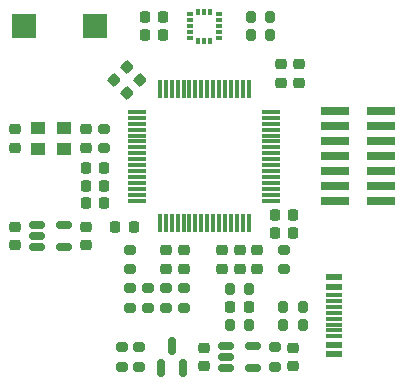
<source format=gbr>
%TF.GenerationSoftware,KiCad,Pcbnew,(6.0.4)*%
%TF.CreationDate,2023-08-29T14:34:22+02:00*%
%TF.ProjectId,big_black_box_pcb_cad,6269675f-626c-4616-936b-5f626f785f70,rev?*%
%TF.SameCoordinates,Original*%
%TF.FileFunction,Paste,Top*%
%TF.FilePolarity,Positive*%
%FSLAX46Y46*%
G04 Gerber Fmt 4.6, Leading zero omitted, Abs format (unit mm)*
G04 Created by KiCad (PCBNEW (6.0.4)) date 2023-08-29 14:34:22*
%MOMM*%
%LPD*%
G01*
G04 APERTURE LIST*
G04 Aperture macros list*
%AMRoundRect*
0 Rectangle with rounded corners*
0 $1 Rounding radius*
0 $2 $3 $4 $5 $6 $7 $8 $9 X,Y pos of 4 corners*
0 Add a 4 corners polygon primitive as box body*
4,1,4,$2,$3,$4,$5,$6,$7,$8,$9,$2,$3,0*
0 Add four circle primitives for the rounded corners*
1,1,$1+$1,$2,$3*
1,1,$1+$1,$4,$5*
1,1,$1+$1,$6,$7*
1,1,$1+$1,$8,$9*
0 Add four rect primitives between the rounded corners*
20,1,$1+$1,$2,$3,$4,$5,0*
20,1,$1+$1,$4,$5,$6,$7,0*
20,1,$1+$1,$6,$7,$8,$9,0*
20,1,$1+$1,$8,$9,$2,$3,0*%
G04 Aperture macros list end*
%ADD10RoundRect,0.075000X-0.700000X-0.075000X0.700000X-0.075000X0.700000X0.075000X-0.700000X0.075000X0*%
%ADD11RoundRect,0.075000X-0.075000X-0.700000X0.075000X-0.700000X0.075000X0.700000X-0.075000X0.700000X0*%
%ADD12RoundRect,0.225000X-0.250000X0.225000X-0.250000X-0.225000X0.250000X-0.225000X0.250000X0.225000X0*%
%ADD13RoundRect,0.200000X-0.275000X0.200000X-0.275000X-0.200000X0.275000X-0.200000X0.275000X0.200000X0*%
%ADD14RoundRect,0.150000X0.150000X-0.587500X0.150000X0.587500X-0.150000X0.587500X-0.150000X-0.587500X0*%
%ADD15RoundRect,0.225000X0.225000X0.250000X-0.225000X0.250000X-0.225000X-0.250000X0.225000X-0.250000X0*%
%ADD16RoundRect,0.225000X0.335876X0.017678X0.017678X0.335876X-0.335876X-0.017678X-0.017678X-0.335876X0*%
%ADD17RoundRect,0.200000X0.200000X0.275000X-0.200000X0.275000X-0.200000X-0.275000X0.200000X-0.275000X0*%
%ADD18RoundRect,0.200000X0.275000X-0.200000X0.275000X0.200000X-0.275000X0.200000X-0.275000X-0.200000X0*%
%ADD19RoundRect,0.218750X0.256250X-0.218750X0.256250X0.218750X-0.256250X0.218750X-0.256250X-0.218750X0*%
%ADD20RoundRect,0.087500X0.187500X0.087500X-0.187500X0.087500X-0.187500X-0.087500X0.187500X-0.087500X0*%
%ADD21RoundRect,0.087500X0.087500X0.187500X-0.087500X0.187500X-0.087500X-0.187500X0.087500X-0.187500X0*%
%ADD22RoundRect,0.150000X-0.512500X-0.150000X0.512500X-0.150000X0.512500X0.150000X-0.512500X0.150000X0*%
%ADD23RoundRect,0.218750X-0.218750X-0.256250X0.218750X-0.256250X0.218750X0.256250X-0.218750X0.256250X0*%
%ADD24RoundRect,0.218750X0.218750X0.256250X-0.218750X0.256250X-0.218750X-0.256250X0.218750X-0.256250X0*%
%ADD25R,1.450000X0.600000*%
%ADD26R,1.450000X0.300000*%
%ADD27R,2.000000X2.000000*%
%ADD28R,2.400000X0.740000*%
%ADD29RoundRect,0.225000X0.250000X-0.225000X0.250000X0.225000X-0.250000X0.225000X-0.250000X-0.225000X0*%
%ADD30RoundRect,0.200000X-0.200000X-0.275000X0.200000X-0.275000X0.200000X0.275000X-0.200000X0.275000X0*%
%ADD31R,1.300000X1.000000*%
%ADD32RoundRect,0.225000X-0.225000X-0.250000X0.225000X-0.250000X0.225000X0.250000X-0.225000X0.250000X0*%
G04 APERTURE END LIST*
D10*
%TO.C,U101*%
X150825000Y-91250000D03*
X150825000Y-91750000D03*
X150825000Y-92250000D03*
X150825000Y-92750000D03*
X150825000Y-93250000D03*
X150825000Y-93750000D03*
X150825000Y-94250000D03*
X150825000Y-94750000D03*
X150825000Y-95250000D03*
X150825000Y-95750000D03*
X150825000Y-96250000D03*
X150825000Y-96750000D03*
X150825000Y-97250000D03*
X150825000Y-97750000D03*
X150825000Y-98250000D03*
X150825000Y-98750000D03*
D11*
X152750000Y-100675000D03*
X153250000Y-100675000D03*
X153750000Y-100675000D03*
X154250000Y-100675000D03*
X154750000Y-100675000D03*
X155250000Y-100675000D03*
X155750000Y-100675000D03*
X156250000Y-100675000D03*
X156750000Y-100675000D03*
X157250000Y-100675000D03*
X157750000Y-100675000D03*
X158250000Y-100675000D03*
X158750000Y-100675000D03*
X159250000Y-100675000D03*
X159750000Y-100675000D03*
X160250000Y-100675000D03*
D10*
X162175000Y-98750000D03*
X162175000Y-98250000D03*
X162175000Y-97750000D03*
X162175000Y-97250000D03*
X162175000Y-96750000D03*
X162175000Y-96250000D03*
X162175000Y-95750000D03*
X162175000Y-95250000D03*
X162175000Y-94750000D03*
X162175000Y-94250000D03*
X162175000Y-93750000D03*
X162175000Y-93250000D03*
X162175000Y-92750000D03*
X162175000Y-92250000D03*
X162175000Y-91750000D03*
X162175000Y-91250000D03*
D11*
X160250000Y-89325000D03*
X159750000Y-89325000D03*
X159250000Y-89325000D03*
X158750000Y-89325000D03*
X158250000Y-89325000D03*
X157750000Y-89325000D03*
X157250000Y-89325000D03*
X156750000Y-89325000D03*
X156250000Y-89325000D03*
X155750000Y-89325000D03*
X155250000Y-89325000D03*
X154750000Y-89325000D03*
X154250000Y-89325000D03*
X153750000Y-89325000D03*
X153250000Y-89325000D03*
X152750000Y-89325000D03*
%TD*%
D12*
%TO.C,C111*%
X164499999Y-87225000D03*
X164499999Y-88775000D03*
%TD*%
D13*
%TO.C,R116*%
X149500000Y-111155000D03*
X149500000Y-112805000D03*
%TD*%
D14*
%TO.C,Q101*%
X152800000Y-112937500D03*
X154700000Y-112937500D03*
X153750000Y-111062500D03*
%TD*%
D12*
%TO.C,C116*%
X164000000Y-111225000D03*
X164000000Y-112775000D03*
%TD*%
D15*
%TO.C,C112*%
X148025000Y-97490000D03*
X146475000Y-97490000D03*
%TD*%
D16*
%TO.C,C113*%
X151048008Y-88548008D03*
X149951992Y-87451992D03*
%TD*%
D17*
%TO.C,R104*%
X162075000Y-84750000D03*
X160425000Y-84750000D03*
%TD*%
D18*
%TO.C,R114*%
X150250000Y-107825000D03*
X150250000Y-106175000D03*
%TD*%
D15*
%TO.C,C104*%
X148025000Y-96000000D03*
X146475000Y-96000000D03*
%TD*%
D12*
%TO.C,C114*%
X140500000Y-100975000D03*
X140500000Y-102525000D03*
%TD*%
D18*
%TO.C,R115*%
X150250000Y-104575000D03*
X150250000Y-102925000D03*
%TD*%
D13*
%TO.C,R107*%
X162500000Y-111175000D03*
X162500000Y-112825000D03*
%TD*%
D19*
%TO.C,D102*%
X153250000Y-104537500D03*
X153250000Y-102962500D03*
%TD*%
D20*
%TO.C,U102*%
X157725000Y-85000000D03*
X157725000Y-84500000D03*
X157725000Y-84000000D03*
X157725000Y-83500000D03*
X157725000Y-83000000D03*
D21*
X157000000Y-82775000D03*
X156500000Y-82775000D03*
X156000000Y-82775000D03*
D20*
X155275000Y-83000000D03*
X155275000Y-83500000D03*
X155275000Y-84000000D03*
X155275000Y-84500000D03*
X155275000Y-85000000D03*
D21*
X156000000Y-85225000D03*
X156500000Y-85225000D03*
X157000000Y-85225000D03*
%TD*%
D18*
%TO.C,R105*%
X148000000Y-94325000D03*
X148000000Y-92675000D03*
%TD*%
D15*
%TO.C,C103*%
X164025000Y-101500000D03*
X162475000Y-101500000D03*
%TD*%
D22*
%TO.C,U103*%
X142362500Y-100800000D03*
X142362500Y-101750000D03*
X142362500Y-102700000D03*
X144637500Y-102700000D03*
X144637500Y-100800000D03*
%TD*%
D19*
%TO.C,D104*%
X158000000Y-104537500D03*
X158000000Y-102962500D03*
%TD*%
%TO.C,D106*%
X161000000Y-104537500D03*
X161000000Y-102962500D03*
%TD*%
D17*
%TO.C,R102*%
X164825000Y-107750000D03*
X163175000Y-107750000D03*
%TD*%
D12*
%TO.C,C115*%
X146500000Y-100975000D03*
X146500000Y-102525000D03*
%TD*%
D17*
%TO.C,R103*%
X162075000Y-83250000D03*
X160425000Y-83250000D03*
%TD*%
D15*
%TO.C,C110*%
X150525000Y-101000000D03*
X148975000Y-101000000D03*
%TD*%
D23*
%TO.C,FB101*%
X146462500Y-99000000D03*
X148037500Y-99000000D03*
%TD*%
D19*
%TO.C,D105*%
X159500000Y-104537500D03*
X159500000Y-102962500D03*
%TD*%
D24*
%TO.C,D101*%
X160287500Y-107750000D03*
X158712500Y-107750000D03*
%TD*%
D22*
%TO.C,U104*%
X158362500Y-111050000D03*
X158362500Y-112000000D03*
X158362500Y-112950000D03*
X160637500Y-112950000D03*
X160637500Y-111050000D03*
%TD*%
D13*
%TO.C,R109*%
X151750000Y-106175000D03*
X151750000Y-107825000D03*
%TD*%
D18*
%TO.C,R106*%
X151000000Y-112805000D03*
X151000000Y-111155000D03*
%TD*%
D25*
%TO.C,J101*%
X167455000Y-111750000D03*
X167455000Y-110950000D03*
D26*
X167455000Y-110250000D03*
X167455000Y-109250000D03*
X167455000Y-107750000D03*
X167455000Y-106750000D03*
D25*
X167455000Y-106050000D03*
X167455000Y-105250000D03*
X167455000Y-105250000D03*
X167455000Y-106050000D03*
D26*
X167455000Y-107250000D03*
X167455000Y-108250000D03*
X167455000Y-108750000D03*
X167455000Y-109750000D03*
D25*
X167455000Y-110950000D03*
X167455000Y-111750000D03*
%TD*%
D27*
%TO.C,SW101*%
X141250000Y-84000000D03*
X147250000Y-84000000D03*
%TD*%
D28*
%TO.C,J102*%
X171450000Y-98810000D03*
X167550000Y-98810000D03*
X171450000Y-97540000D03*
X167550000Y-97540000D03*
X171450000Y-96270000D03*
X167550000Y-96270000D03*
X171450000Y-95000000D03*
X167550000Y-95000000D03*
X171450000Y-93730000D03*
X167550000Y-93730000D03*
X171450000Y-92460000D03*
X167550000Y-92460000D03*
X171450000Y-91190000D03*
X167550000Y-91190000D03*
%TD*%
D29*
%TO.C,C117*%
X156500000Y-112775000D03*
X156500000Y-111225000D03*
%TD*%
D30*
%TO.C,R108*%
X158675000Y-109250000D03*
X160325000Y-109250000D03*
%TD*%
D13*
%TO.C,R111*%
X154750000Y-106175000D03*
X154750000Y-107825000D03*
%TD*%
D31*
%TO.C,Y101*%
X144600000Y-92600000D03*
X142400000Y-92600000D03*
X142400000Y-94400000D03*
X144600000Y-94400000D03*
%TD*%
D16*
%TO.C,C109*%
X149987348Y-89608668D03*
X148891332Y-88512652D03*
%TD*%
D15*
%TO.C,C101*%
X153025000Y-84750000D03*
X151475000Y-84750000D03*
%TD*%
D13*
%TO.C,R110*%
X153250000Y-106175000D03*
X153250000Y-107825000D03*
%TD*%
D17*
%TO.C,R101*%
X164825000Y-109250000D03*
X163175000Y-109250000D03*
%TD*%
D12*
%TO.C,C106*%
X146500000Y-92725000D03*
X146500000Y-94275000D03*
%TD*%
D29*
%TO.C,C105*%
X140500000Y-94275000D03*
X140500000Y-92725000D03*
%TD*%
D15*
%TO.C,C102*%
X153025000Y-83250000D03*
X151475000Y-83250000D03*
%TD*%
D19*
%TO.C,D103*%
X154750000Y-104537500D03*
X154750000Y-102962500D03*
%TD*%
D12*
%TO.C,C108*%
X163000000Y-87225000D03*
X163000000Y-88775000D03*
%TD*%
D32*
%TO.C,C107*%
X162475000Y-100000000D03*
X164025000Y-100000000D03*
%TD*%
D18*
%TO.C,R113*%
X163250000Y-104575000D03*
X163250000Y-102925000D03*
%TD*%
D17*
%TO.C,R112*%
X160325000Y-106250000D03*
X158675000Y-106250000D03*
%TD*%
M02*

</source>
